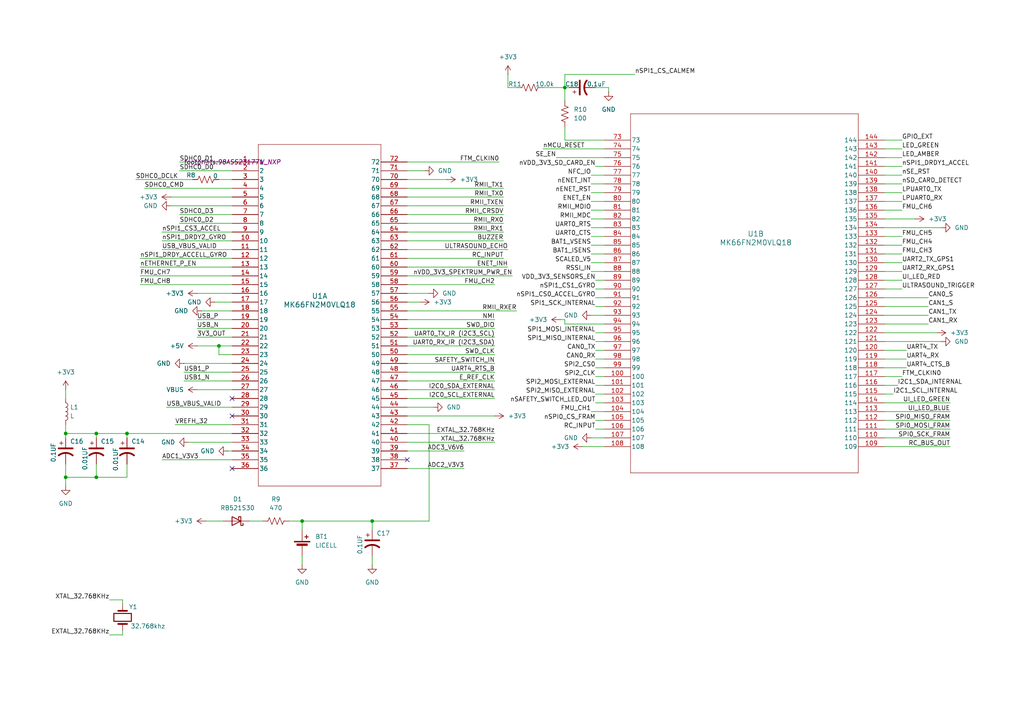
<source format=kicad_sch>
(kicad_sch (version 20231120) (generator "eeschema") (generator_version "8.0")
  (paper "A4")
  (title_block (title "MicroController") (date "2024-09-08") (rev "1") (company "TampanTech") (comment 1 "Drone Flight Management Unit"))
  (lib_symbols
    (symbol "Device:Battery_Cell" (pin_numbers hide) (pin_names (offset 0) hide)
      (property "Reference" "BT" (at 2.54 2.54 0))
      (property "Value" "Battery_Cell" (at 2.54 0 0))
      (symbol "Battery_Cell_0_1"
        (rectangle (start -2.286 1.778) (end 2.286 1.524) (fill (type outline)))
        (rectangle (start -1.524 1.016) (end 1.524 0.508) (fill (type outline)))
        (polyline (pts (xy 0 0.762) (xy 0 0)))
        (polyline (pts (xy 0 1.778) (xy 0 2.54)))
        (polyline (pts (xy 0.762 3.048) (xy 1.778 3.048)) (stroke (width 0.254)))
        (polyline (pts (xy 1.27 3.556) (xy 1.27 2.54)) (stroke (width 0.254)))
      )
      (symbol "Battery_Cell_1_1"
        (pin passive line (at 0 5.08 270) (length 2.54) (name "+") (number "1"))
        (pin passive line (at 0 -2.54 90) (length 2.54) (name "-") (number "2"))
      )
    )
    (symbol "Device:C_Polarized_US" (pin_numbers hide) (pin_names (offset 0.254) hide)
      (property "Reference" "C" (at 0.635 2.54 0))
      (property "Value" "C_Polarized_US" (at 0.635 -2.54 0))
      (symbol "C_Polarized_US_0_1"
        (polyline (pts (xy -2.032 0.762) (xy 2.032 0.762)) (stroke (width 0.508)))
        (polyline (pts (xy -1.778 2.286) (xy -0.762 2.286)))
        (polyline (pts (xy -1.27 1.778) (xy -1.27 2.794)))
        (arc (start 2.032 -1.27) (mid 0 -0.5572) (end -2.032 -1.27) (stroke (width 0.508)))
      )
      (symbol "C_Polarized_US_1_1"
        (pin passive line (at 0 3.81 270) (length 2.794) (name "~") (number "1"))
        (pin passive line (at 0 -3.81 90) (length 3.302) (name "~") (number "2"))
      )
    )
    (symbol "Device:Crystal" (pin_numbers hide) (pin_names (offset 1.016) hide)
      (property "Reference" "Y" (at 0 3.81 0))
      (property "Value" "Crystal" (at 0 -3.81 0))
      (symbol "Crystal_0_1"
        (rectangle (start -1.143 2.54) (end 1.143 -2.54) (stroke (width 0.3048)))
        (polyline (pts (xy -2.54 0) (xy -1.905 0)))
        (polyline (pts (xy -1.905 -1.27) (xy -1.905 1.27)) (stroke (width 0.508)))
        (polyline (pts (xy 1.905 -1.27) (xy 1.905 1.27)) (stroke (width 0.508)))
        (polyline (pts (xy 2.54 0) (xy 1.905 0)))
      )
      (symbol "Crystal_1_1"
        (pin passive line (at -3.81 0 0) (length 1.27) (name "1") (number "1"))
        (pin passive line (at 3.81 0 180) (length 1.27) (name "2") (number "2"))
      )
    )
    (symbol "Device:D_Schottky" (pin_numbers hide) (pin_names (offset 1.016) hide)
      (property "Reference" "D" (at 0 2.54 0))
      (property "Value" "D_Schottky" (at 0 -2.54 0))
      (symbol "D_Schottky_0_1"
        (polyline (pts (xy 1.27 0) (xy -1.27 0)))
        (polyline (pts (xy 1.27 1.27) (xy 1.27 -1.27) (xy -1.27 0) (xy 1.27 1.27)) (stroke (width 0.254)))
        (polyline (pts (xy -1.905 0.635) (xy -1.905 1.27) (xy -1.27 1.27) (xy -1.27 -1.27) (xy -0.635 -1.27) (xy -0.635 -0.635)) (stroke (width 0.254)))
      )
      (symbol "D_Schottky_1_1"
        (pin passive line (at -3.81 0 0) (length 2.54) (name "K") (number "1"))
        (pin passive line (at 3.81 0 180) (length 2.54) (name "A") (number "2"))
      )
    )
    (symbol "Device:L" (pin_numbers hide) (pin_names (offset 1.016) hide)
      (property "Reference" "L" (at -1.27 0 90))
      (property "Value" "L" (at 1.905 0 90))
      (symbol "L_0_1"
        (arc (start 0 -2.54) (mid 0.6323 -1.905) (end 0 -1.27))
        (arc (start 0 -1.27) (mid 0.6323 -0.635) (end 0 0))
        (arc (start 0 0) (mid 0.6323 0.635) (end 0 1.27))
        (arc (start 0 1.27) (mid 0.6323 1.905) (end 0 2.54))
      )
      (symbol "L_1_1"
        (pin passive line (at 0 3.81 270) (length 1.27) (name "1") (number "1"))
        (pin passive line (at 0 -3.81 90) (length 1.27) (name "2") (number "2"))
      )
    )
    (symbol "Device:R_US" (pin_numbers hide) (pin_names (offset 0))
      (property "Reference" "R" (at 2.54 0 90))
      (property "Value" "R_US" (at -2.54 0 90))
      (symbol "R_US_0_1"
        (polyline (pts (xy 0 -2.286) (xy 0 -2.54)))
        (polyline (pts (xy 0 2.286) (xy 0 2.54)))
        (polyline (pts (xy 0 -0.762) (xy 1.016 -1.143) (xy 0 -1.524) (xy -1.016 -1.905) (xy 0 -2.286)))
        (polyline (pts (xy 0 0.762) (xy 1.016 0.381) (xy 0 0) (xy -1.016 -0.381) (xy 0 -0.762)))
        (polyline (pts (xy 0 2.286) (xy 1.016 1.905) (xy 0 1.524) (xy -1.016 1.143) (xy 0 0.762)))
      )
      (symbol "R_US_1_1"
        (pin passive line (at 0 3.81 270) (length 1.27) (name "~") (number "1"))
        (pin passive line (at 0 -3.81 90) (length 1.27) (name "~") (number "2"))
      )
    )
    (symbol "FMU_lib:MK66FN2M0VLQ18" (pin_names (offset 0.254))
      (property "Reference" "U" (at 25.4 10.16 0))
      (property "Value" "MK66FN2M0VLQ18" (at 25.4 7.62 0))
      (symbol "MK66FN2M0VLQ18_1_1"
        (polyline (pts (xy 7.62 -93.98) (xy 43.18 -93.98)) (stroke (width 0.127)))
        (polyline (pts (xy 7.62 5.08) (xy 7.62 -93.98)) (stroke (width 0.127)))
        (polyline (pts (xy 43.18 -93.98) (xy 43.18 5.08)) (stroke (width 0.127)))
        (polyline (pts (xy 43.18 5.08) (xy 7.62 5.08)) (stroke (width 0.127)))
        (pin unspecified line (at 0 0 0) (length 7.62) (name "1") (number "1"))
        (pin unspecified line (at 0 -22.86 0) (length 7.62) (name "10") (number "10"))
        (pin unspecified line (at 0 -25.4 0) (length 7.62) (name "11") (number "11"))
        (pin unspecified line (at 0 -27.94 0) (length 7.62) (name "12") (number "12"))
        (pin unspecified line (at 0 -30.48 0) (length 7.62) (name "13") (number "13"))
        (pin unspecified line (at 0 -33.02 0) (length 7.62) (name "14") (number "14"))
        (pin unspecified line (at 0 -35.56 0) (length 7.62) (name "15") (number "15"))
        (pin power_in line (at 0 -38.1 0) (length 7.62) (name "16") (number "16"))
        (pin power_in line (at 0 -40.64 0) (length 7.62) (name "17") (number "17"))
        (pin power_in line (at 0 -43.18 0) (length 7.62) (name "18") (number "18"))
        (pin unspecified line (at 0 -45.72 0) (length 7.62) (name "19") (number "19"))
        (pin unspecified line (at 0 -2.54 0) (length 7.62) (name "2") (number "2"))
        (pin unspecified line (at 0 -48.26 0) (length 7.62) (name "20") (number "20"))
        (pin output line (at 0 -50.8 0) (length 7.62) (name "21") (number "21"))
        (pin input line (at 0 -53.34 0) (length 7.62) (name "22") (number "22"))
        (pin input line (at 0 -55.88 0) (length 7.62) (name "23") (number "23"))
        (pin power_in line (at 0 -58.42 0) (length 7.62) (name "24") (number "24"))
        (pin unspecified line (at 0 -60.96 0) (length 7.62) (name "25") (number "25"))
        (pin unspecified line (at 0 -63.5 0) (length 7.62) (name "26") (number "26"))
        (pin unspecified line (at 0 -66.04 0) (length 7.62) (name "27") (number "27"))
        (pin unspecified line (at 0 -68.58 0) (length 7.62) (name "28") (number "28"))
        (pin unspecified line (at 0 -71.12 0) (length 7.62) (name "29") (number "29"))
        (pin unspecified line (at 0 -5.08 0) (length 7.62) (name "3") (number "3"))
        (pin unspecified line (at 0 -73.66 0) (length 7.62) (name "30") (number "30"))
        (pin power_in line (at 0 -76.2 0) (length 7.62) (name "31") (number "31"))
        (pin power_in line (at 0 -78.74 0) (length 7.62) (name "32") (number "32"))
        (pin power_in line (at 0 -81.28 0) (length 7.62) (name "33") (number "33"))
        (pin power_in line (at 0 -83.82 0) (length 7.62) (name "34") (number "34"))
        (pin unspecified line (at 0 -86.36 0) (length 7.62) (name "35") (number "35"))
        (pin unspecified line (at 0 -88.9 0) (length 7.62) (name "36") (number "36"))
        (pin unspecified line (at 50.8 -88.9 180) (length 7.62) (name "37") (number "37"))
        (pin unspecified line (at 50.8 -86.36 180) (length 7.62) (name "38") (number "38"))
        (pin unspecified line (at 50.8 -83.82 180) (length 7.62) (name "39") (number "39"))
        (pin unspecified line (at 0 -7.62 0) (length 7.62) (name "4") (number "4"))
        (pin unspecified line (at 50.8 -81.28 180) (length 7.62) (name "40") (number "40"))
        (pin unspecified line (at 50.8 -78.74 180) (length 7.62) (name "41") (number "41"))
        (pin power_in line (at 50.8 -76.2 180) (length 7.62) (name "42") (number "42"))
        (pin power_in line (at 50.8 -73.66 180) (length 7.62) (name "43") (number "43"))
        (pin power_in line (at 50.8 -71.12 180) (length 7.62) (name "44") (number "44"))
        (pin unspecified line (at 50.8 -68.58 180) (length 7.62) (name "45") (number "45"))
        (pin unspecified line (at 50.8 -66.04 180) (length 7.62) (name "46") (number "46"))
        (pin unspecified line (at 50.8 -63.5 180) (length 7.62) (name "47") (number "47"))
        (pin unspecified line (at 50.8 -60.96 180) (length 7.62) (name "48") (number "48"))
        (pin unspecified line (at 50.8 -58.42 180) (length 7.62) (name "49") (number "49"))
        (pin power_in line (at 0 -10.16 0) (length 7.62) (name "5") (number "5"))
        (pin unspecified line (at 50.8 -55.88 180) (length 7.62) (name "50") (number "50"))
        (pin unspecified line (at 50.8 -53.34 180) (length 7.62) (name "51") (number "51"))
        (pin unspecified line (at 50.8 -50.8 180) (length 7.62) (name "52") (number "52"))
        (pin unspecified line (at 50.8 -48.26 180) (length 7.62) (name "53") (number "53"))
        (pin unspecified line (at 50.8 -45.72 180) (length 7.62) (name "54") (number "54"))
        (pin unspecified line (at 50.8 -43.18 180) (length 7.62) (name "55") (number "55"))
        (pin power_in line (at 50.8 -40.64 180) (length 7.62) (name "56") (number "56"))
        (pin power_in line (at 50.8 -38.1 180) (length 7.62) (name "57") (number "57"))
        (pin unspecified line (at 50.8 -35.56 180) (length 7.62) (name "58") (number "58"))
        (pin unspecified line (at 50.8 -33.02 180) (length 7.62) (name "59") (number "59"))
        (pin power_in line (at 0 -12.7 0) (length 7.62) (name "6") (number "6"))
        (pin unspecified line (at 50.8 -30.48 180) (length 7.62) (name "60") (number "60"))
        (pin unspecified line (at 50.8 -27.94 180) (length 7.62) (name "61") (number "61"))
        (pin unspecified line (at 50.8 -25.4 180) (length 7.62) (name "62") (number "62"))
        (pin unspecified line (at 50.8 -22.86 180) (length 7.62) (name "63") (number "63"))
        (pin unspecified line (at 50.8 -20.32 180) (length 7.62) (name "64") (number "64"))
        (pin unspecified line (at 50.8 -17.78 180) (length 7.62) (name "65") (number "65"))
        (pin unspecified line (at 50.8 -15.24 180) (length 7.62) (name "66") (number "66"))
        (pin unspecified line (at 50.8 -12.7 180) (length 7.62) (name "67") (number "67"))
        (pin unspecified line (at 50.8 -10.16 180) (length 7.62) (name "68") (number "68"))
        (pin unspecified line (at 50.8 -7.62 180) (length 7.62) (name "69") (number "69"))
        (pin unspecified line (at 0 -15.24 0) (length 7.62) (name "7") (number "7"))
        (pin power_in line (at 50.8 -5.08 180) (length 7.62) (name "70") (number "70"))
        (pin power_in line (at 50.8 -2.54 180) (length 7.62) (name "71") (number "71"))
        (pin unspecified line (at 50.8 0 180) (length 7.62) (name "72") (number "72"))
        (pin unspecified line (at 0 -17.78 0) (length 7.62) (name "8") (number "8"))
        (pin unspecified line (at 0 -20.32 0) (length 7.62) (name "9") (number "9"))
      )
      (symbol "MK66FN2M0VLQ18_2_1"
        (polyline (pts (xy 7.62 -96.52) (xy 73.66 -96.52)) (stroke (width 0.127)))
        (polyline (pts (xy 7.62 7.62) (xy 7.62 -96.52)) (stroke (width 0.127)))
        (polyline (pts (xy 73.66 -96.52) (xy 73.66 7.62)) (stroke (width 0.127)))
        (polyline (pts (xy 73.66 7.62) (xy 7.62 7.62)) (stroke (width 0.127)))
        (pin unspecified line (at 0 -68.58 0) (length 7.62) (name "100") (number "100"))
        (pin unspecified line (at 0 -71.12 0) (length 7.62) (name "101") (number "101"))
        (pin unspecified line (at 0 -73.66 0) (length 7.62) (name "102") (number "102"))
        (pin unspecified line (at 0 -76.2 0) (length 7.62) (name "103") (number "103"))
        (pin unspecified line (at 0 -78.74 0) (length 7.62) (name "104") (number "104"))
        (pin unspecified line (at 0 -81.28 0) (length 7.62) (name "105") (number "105"))
        (pin unspecified line (at 0 -83.82 0) (length 7.62) (name "106") (number "106"))
        (pin power_in line (at 0 -86.36 0) (length 7.62) (name "107") (number "107"))
        (pin power_in line (at 0 -88.9 0) (length 7.62) (name "108") (number "108"))
        (pin unspecified line (at 81.28 -88.9 180) (length 7.62) (name "109") (number "109"))
        (pin unspecified line (at 81.28 -86.36 180) (length 7.62) (name "110") (number "110"))
        (pin unspecified line (at 81.28 -83.82 180) (length 7.62) (name "111") (number "111"))
        (pin unspecified line (at 81.28 -81.28 180) (length 7.62) (name "112") (number "112"))
        (pin unspecified line (at 81.28 -78.74 180) (length 7.62) (name "113") (number "113"))
        (pin unspecified line (at 81.28 -76.2 180) (length 7.62) (name "114") (number "114"))
        (pin unspecified line (at 81.28 -73.66 180) (length 7.62) (name "115") (number "115"))
        (pin unspecified line (at 81.28 -71.12 180) (length 7.62) (name "116") (number "116"))
        (pin unspecified line (at 81.28 -68.58 180) (length 7.62) (name "117") (number "117"))
        (pin unspecified line (at 81.28 -66.04 180) (length 7.62) (name "118") (number "118"))
        (pin unspecified line (at 81.28 -63.5 180) (length 7.62) (name "119") (number "119"))
        (pin unspecified line (at 81.28 -60.96 180) (length 7.62) (name "120") (number "120"))
        (pin power_in line (at 81.28 -58.42 180) (length 7.62) (name "121") (number "121"))
        (pin power_in line (at 81.28 -55.88 180) (length 7.62) (name "122") (number "122"))
        (pin unspecified line (at 81.28 -53.34 180) (length 7.62) (name "123") (number "123"))
        (pin unspecified line (at 81.28 -50.8 180) (length 7.62) (name "124") (number "124"))
        (pin unspecified line (at 81.28 -48.26 180) (length 7.62) (name "125") (number "125"))
        (pin unspecified line (at 81.28 -45.72 180) (length 7.62) (name "126") (number "126"))
        (pin unspecified line (at 81.28 -43.18 180) (length 7.62) (name "127") (number "127"))
        (pin unspecified line (at 81.28 -40.64 180) (length 7.62) (name "128") (number "128"))
        (pin unspecified line (at 81.28 -38.1 180) (length 7.62) (name "129") (number "129"))
        (pin unspecified line (at 81.28 -35.56 180) (length 7.62) (name "130") (number "130"))
        (pin unspecified line (at 81.28 -33.02 180) (length 7.62) (name "131") (number "131"))
        (pin unspecified line (at 81.28 -30.48 180) (length 7.62) (name "132") (number "132"))
        (pin unspecified line (at 81.28 -27.94 180) (length 7.62) (name "133") (number "133"))
        (pin power_in line (at 81.28 -25.4 180) (length 7.62) (name "134") (number "134"))
        (pin power_in line (at 81.28 -22.86 180) (length 7.62) (name "135") (number "135"))
        (pin unspecified line (at 81.28 -20.32 180) (length 7.62) (name "136") (number "136"))
        (pin unspecified line (at 81.28 -17.78 180) (length 7.62) (name "137") (number "137"))
        (pin unspecified line (at 81.28 -15.24 180) (length 7.62) (name "138") (number "138"))
        (pin unspecified line (at 81.28 -12.7 180) (length 7.62) (name "139") (number "139"))
        (pin unspecified line (at 81.28 -10.16 180) (length 7.62) (name "140") (number "140"))
        (pin unspecified line (at 81.28 -7.62 180) (length 7.62) (name "141") (number "141"))
        (pin unspecified line (at 81.28 -5.08 180) (length 7.62) (name "142") (number "142"))
        (pin unspecified line (at 81.28 -2.54 180) (length 7.62) (name "143") (number "143"))
        (pin unspecified line (at 81.28 0 180) (length 7.62) (name "144") (number "144"))
        (pin unspecified line (at 0 0 0) (length 7.62) (name "73") (number "73"))
        (pin unspecified line (at 0 -2.54 0) (length 7.62) (name "74") (number "74"))
        (pin unspecified line (at 0 -5.08 0) (length 7.62) (name "75") (number "75"))
        (pin unspecified line (at 0 -7.62 0) (length 7.62) (name "76") (number "76"))
        (pin unspecified line (at 0 -10.16 0) (length 7.62) (name "77") (number "77"))
        (pin unspecified line (at 0 -12.7 0) (length 7.62) (name "78") (number "78"))
        (pin unspecified line (at 0 -15.24 0) (length 7.62) (name "79") (number "79"))
        (pin unspecified line (at 0 -17.78 0) (length 7.62) (name "80") (number "80"))
        (pin unspecified line (at 0 -20.32 0) (length 7.62) (name "81") (number "81"))
        (pin unspecified line (at 0 -22.86 0) (length 7.62) (name "82") (number "82"))
        (pin unspecified line (at 0 -25.4 0) (length 7.62) (name "83") (number "83"))
        (pin unspecified line (at 0 -27.94 0) (length 7.62) (name "84") (number "84"))
        (pin unspecified line (at 0 -30.48 0) (length 7.62) (name "85") (number "85"))
        (pin unspecified line (at 0 -33.02 0) (length 7.62) (name "86") (number "86"))
        (pin unspecified line (at 0 -35.56 0) (length 7.62) (name "87") (number "87"))
        (pin unspecified line (at 0 -38.1 0) (length 7.62) (name "88") (number "88"))
        (pin unspecified line (at 0 -40.64 0) (length 7.62) (name "89") (number "89"))
        (pin unspecified line (at 0 -43.18 0) (length 7.62) (name "90") (number "90"))
        (pin unspecified line (at 0 -45.72 0) (length 7.62) (name "91") (number "91"))
        (pin unspecified line (at 0 -48.26 0) (length 7.62) (name "92") (number "92"))
        (pin power_in line (at 0 -50.8 0) (length 7.62) (name "93") (number "93"))
        (pin power_in line (at 0 -53.34 0) (length 7.62) (name "94") (number "94"))
        (pin unspecified line (at 0 -55.88 0) (length 7.62) (name "95") (number "95"))
        (pin unspecified line (at 0 -58.42 0) (length 7.62) (name "96") (number "96"))
        (pin unspecified line (at 0 -60.96 0) (length 7.62) (name "97") (number "97"))
        (pin unspecified line (at 0 -63.5 0) (length 7.62) (name "98") (number "98"))
        (pin unspecified line (at 0 -66.04 0) (length 7.62) (name "99") (number "99"))
      )
    )
    (symbol "power:+3V3" (power) (pin_numbers hide) (pin_names (offset 0) hide)
      (property "Value" "+3V3" (at 0 3.556 0))
      (symbol "+3V3_0_1"
        (polyline (pts (xy -0.762 1.27) (xy 0 2.54)))
        (polyline (pts (xy 0 0) (xy 0 2.54)))
        (polyline (pts (xy 0 2.54) (xy 0.762 1.27)))
      )
      (symbol "+3V3_1_1"
        (pin power_in line (at 0 0 90) (length 0) (name "~") (number "1"))
      )
    )
    (symbol "power:+5V" (power) (pin_numbers hide) (pin_names (offset 0) hide)
      (property "Value" "+5V" (at 0 3.556 0))
      (symbol "+5V_0_1"
        (polyline (pts (xy -0.762 1.27) (xy 0 2.54)))
        (polyline (pts (xy 0 0) (xy 0 2.54)))
        (polyline (pts (xy 0 2.54) (xy 0.762 1.27)))
      )
      (symbol "+5V_1_1"
        (pin power_in line (at 0 0 90) (length 0) (name "~") (number "1"))
      )
    )
    (symbol "power:GND" (power) (pin_numbers hide) (pin_names (offset 0) hide)
      (property "Value" "GND" (at 0 -3.81 0))
      (symbol "GND_0_1"
        (polyline (pts (xy 0 0) (xy 0 -1.27) (xy 1.27 -1.27) (xy 0 -2.54) (xy -1.27 -1.27) (xy 0 -1.27)))
      )
      (symbol "GND_1_1"
        (pin power_in line (at 0 0 270) (length 0) (name "~") (number "1"))
      )
    )
    (symbol "power:VBUS" (power) (pin_numbers hide) (pin_names (offset 0) hide)
      (property "Value" "VBUS" (at 0 3.556 0))
      (symbol "VBUS_0_1"
        (polyline (pts (xy -0.762 1.27) (xy 0 2.54)))
        (polyline (pts (xy 0 0) (xy 0 2.54)))
        (polyline (pts (xy 0 2.54) (xy 0.762 1.27)))
      )
      (symbol "VBUS_1_1"
        (pin power_in line (at 0 0 90) (length 0) (name "~") (number "1"))
      )
    )
  )
  (junction (at 87.63 151.13))
  (junction (at 36.83 125.73))
  (junction (at 19.05 138.43))
  (junction (at 19.05 125.73))
  (junction (at 163.83 25.4))
  (junction (at 107.95 151.13))
  (junction (at 63.5 100.33))
  (junction (at 27.94 125.73))
  (junction (at 27.94 138.43))
  (no_connect (at 67.31 115.57))
  (no_connect (at 67.31 135.89))
  (no_connect (at 67.31 120.65))
  (no_connect (at 118.11 133.35))
  (wire (pts (xy 163.83 40.64) (xy 175.26 40.64)))
  (wire (pts (xy 118.11 80.01) (xy 148.59 80.01)))
  (wire (pts (xy 256.54 116.84) (xy 275.59 116.84)))
  (wire (pts (xy 36.83 134.62) (xy 36.83 138.43)))
  (wire (pts (xy 48.26 118.11) (xy 67.31 118.11)))
  (wire (pts (xy 256.54 86.36) (xy 269.24 86.36)))
  (wire (pts (xy 171.45 66.04) (xy 175.26 66.04)))
  (wire (pts (xy 256.54 104.14) (xy 262.89 104.14)))
  (wire (pts (xy 256.54 83.82) (xy 261.62 83.82)))
  (wire (pts (xy 107.95 151.13) (xy 107.95 153.67)))
  (wire (pts (xy 62.23 87.63) (xy 67.31 87.63)))
  (wire (pts (xy 118.11 74.93) (xy 146.05 74.93)))
  (wire (pts (xy 72.39 151.13) (xy 76.2 151.13)))
  (wire (pts (xy 163.83 25.4) (xy 163.83 21.59)))
  (wire (pts (xy 57.15 85.09) (xy 67.31 85.09)))
  (wire (pts (xy 118.11 46.99) (xy 144.78 46.99)))
  (wire (pts (xy 256.54 99.06) (xy 273.05 99.06)))
  (wire (pts (xy 36.83 125.73) (xy 27.94 125.73)))
  (wire (pts (xy 171.45 73.66) (xy 175.26 73.66)))
  (wire (pts (xy 19.05 138.43) (xy 19.05 134.62)))
  (wire (pts (xy 256.54 106.68) (xy 262.89 106.68)))
  (wire (pts (xy 49.53 57.15) (xy 67.31 57.15)))
  (wire (pts (xy 57.15 100.33) (xy 63.5 100.33)))
  (wire (pts (xy 27.94 134.62) (xy 27.94 138.43)))
  (wire (pts (xy 256.54 111.76) (xy 260.35 111.76)))
  (wire (pts (xy 35.56 184.15) (xy 35.56 182.88)))
  (wire (pts (xy 19.05 138.43) (xy 27.94 138.43)))
  (wire (pts (xy 27.94 127) (xy 27.94 125.73)))
  (wire (pts (xy 118.11 67.31) (xy 146.05 67.31)))
  (wire (pts (xy 118.11 105.41) (xy 143.51 105.41)))
  (wire (pts (xy 256.54 71.12) (xy 261.62 71.12)))
  (wire (pts (xy 171.45 63.5) (xy 175.26 63.5)))
  (wire (pts (xy 256.54 101.6) (xy 262.89 101.6)))
  (wire (pts (xy 256.54 78.74) (xy 261.62 78.74)))
  (wire (pts (xy 118.11 125.73) (xy 143.51 125.73)))
  (wire (pts (xy 118.11 54.61) (xy 146.05 54.61)))
  (wire (pts (xy 176.53 25.4) (xy 176.53 26.67)))
  (wire (pts (xy 172.72 48.26) (xy 175.26 48.26)))
  (wire (pts (xy 57.15 97.79) (xy 67.31 97.79)))
  (wire (pts (xy 63.5 100.33) (xy 67.31 100.33)))
  (wire (pts (xy 256.54 55.88) (xy 261.62 55.88)))
  (wire (pts (xy 172.72 109.22) (xy 175.26 109.22)))
  (wire (pts (xy 118.11 120.65) (xy 143.51 120.65)))
  (wire (pts (xy 49.53 59.69) (xy 67.31 59.69)))
  (wire (pts (xy 163.83 25.4) (xy 163.83 29.21)))
  (wire (pts (xy 172.72 86.36) (xy 175.26 86.36)))
  (wire (pts (xy 87.63 151.13) (xy 107.95 151.13)))
  (wire (pts (xy 52.07 64.77) (xy 67.31 64.77)))
  (wire (pts (xy 118.11 85.09) (xy 124.46 85.09)))
  (wire (pts (xy 118.11 59.69) (xy 146.05 59.69)))
  (wire (pts (xy 172.72 96.52) (xy 175.26 96.52)))
  (wire (pts (xy 107.95 151.13) (xy 124.46 151.13)))
  (wire (pts (xy 52.07 46.99) (xy 67.31 46.99)))
  (wire (pts (xy 46.99 133.35) (xy 67.31 133.35)))
  (wire (pts (xy 118.11 82.55) (xy 143.51 82.55)))
  (wire (pts (xy 46.99 69.85) (xy 67.31 69.85)))
  (wire (pts (xy 36.83 138.43) (xy 27.94 138.43)))
  (wire (pts (xy 118.11 128.27) (xy 143.51 128.27)))
  (wire (pts (xy 53.34 110.49) (xy 67.31 110.49)))
  (wire (pts (xy 171.45 91.44) (xy 175.26 91.44)))
  (wire (pts (xy 256.54 53.34) (xy 261.62 53.34)))
  (wire (pts (xy 118.11 110.49) (xy 143.51 110.49)))
  (wire (pts (xy 157.48 25.4) (xy 163.83 25.4)))
  (wire (pts (xy 118.11 57.15) (xy 146.05 57.15)))
  (wire (pts (xy 19.05 125.73) (xy 27.94 125.73)))
  (wire (pts (xy 66.04 130.81) (xy 67.31 130.81)))
  (wire (pts (xy 172.72 116.84) (xy 175.26 116.84)))
  (wire (pts (xy 87.63 161.29) (xy 87.63 163.83)))
  (wire (pts (xy 171.45 78.74) (xy 175.26 78.74)))
  (wire (pts (xy 256.54 119.38) (xy 275.59 119.38)))
  (wire (pts (xy 52.07 49.53) (xy 67.31 49.53)))
  (wire (pts (xy 256.54 48.26) (xy 261.62 48.26)))
  (wire (pts (xy 58.42 90.17) (xy 67.31 90.17)))
  (wire (pts (xy 87.63 153.67) (xy 87.63 151.13)))
  (wire (pts (xy 39.37 52.07) (xy 55.88 52.07)))
  (wire (pts (xy 31.75 173.99) (xy 35.56 173.99)))
  (wire (pts (xy 63.5 102.87) (xy 63.5 100.33)))
  (wire (pts (xy 19.05 113.03) (xy 19.05 115.57)))
  (wire (pts (xy 176.53 25.4) (xy 172.72 25.4)))
  (wire (pts (xy 256.54 63.5) (xy 265.43 63.5)))
  (wire (pts (xy 256.54 81.28) (xy 261.62 81.28)))
  (wire (pts (xy 171.45 119.38) (xy 175.26 119.38)))
  (wire (pts (xy 172.72 124.46) (xy 175.26 124.46)))
  (wire (pts (xy 171.45 71.12) (xy 175.26 71.12)))
  (wire (pts (xy 256.54 68.58) (xy 261.62 68.58)))
  (wire (pts (xy 172.72 104.14) (xy 175.26 104.14)))
  (wire (pts (xy 256.54 91.44) (xy 269.24 91.44)))
  (wire (pts (xy 171.45 53.34) (xy 175.26 53.34)))
  (wire (pts (xy 31.75 184.15) (xy 35.56 184.15)))
  (wire (pts (xy 256.54 60.96) (xy 261.62 60.96)))
  (wire (pts (xy 35.56 173.99) (xy 35.56 175.26)))
  (wire (pts (xy 118.11 62.23) (xy 146.05 62.23)))
  (wire (pts (xy 57.15 113.03) (xy 67.31 113.03)))
  (wire (pts (xy 118.11 52.07) (xy 129.54 52.07)))
  (wire (pts (xy 168.91 129.54) (xy 175.26 129.54)))
  (wire (pts (xy 256.54 45.72) (xy 261.62 45.72)))
  (wire (pts (xy 36.83 125.73) (xy 67.31 125.73)))
  (wire (pts (xy 172.72 83.82) (xy 175.26 83.82)))
  (wire (pts (xy 118.11 69.85) (xy 146.05 69.85)))
  (wire (pts (xy 256.54 127) (xy 275.59 127)))
  (wire (pts (xy 118.11 130.81) (xy 134.62 130.81)))
  (wire (pts (xy 118.11 90.17) (xy 149.86 90.17)))
  (wire (pts (xy 256.54 114.3) (xy 259.08 114.3)))
  (wire (pts (xy 147.32 21.59) (xy 147.32 25.4)))
  (wire (pts (xy 256.54 124.46) (xy 275.59 124.46)))
  (wire (pts (xy 256.54 73.66) (xy 261.62 73.66)))
  (wire (pts (xy 165.1 25.4) (xy 163.83 25.4)))
  (wire (pts (xy 46.99 72.39) (xy 67.31 72.39)))
  (wire (pts (xy 118.11 115.57) (xy 143.51 115.57)))
  (wire (pts (xy 50.8 123.19) (xy 67.31 123.19)))
  (wire (pts (xy 172.72 99.06) (xy 175.26 99.06)))
  (wire (pts (xy 256.54 50.8) (xy 261.62 50.8)))
  (wire (pts (xy 256.54 40.64) (xy 261.62 40.64)))
  (wire (pts (xy 163.83 21.59) (xy 184.15 21.59)))
  (wire (pts (xy 124.46 123.19) (xy 124.46 151.13)))
  (wire (pts (xy 171.45 68.58) (xy 175.26 68.58)))
  (wire (pts (xy 19.05 125.73) (xy 19.05 127)))
  (wire (pts (xy 163.83 36.83) (xy 163.83 40.64)))
  (wire (pts (xy 40.64 77.47) (xy 67.31 77.47)))
  (wire (pts (xy 172.72 81.28) (xy 175.26 81.28)))
  (wire (pts (xy 118.11 95.25) (xy 143.51 95.25)))
  (wire (pts (xy 172.72 88.9) (xy 175.26 88.9)))
  (wire (pts (xy 172.72 114.3) (xy 175.26 114.3)))
  (wire (pts (xy 118.11 123.19) (xy 124.46 123.19)))
  (wire (pts (xy 157.48 43.18) (xy 175.26 43.18)))
  (wire (pts (xy 53.34 107.95) (xy 67.31 107.95)))
  (wire (pts (xy 256.54 43.18) (xy 261.62 43.18)))
  (wire (pts (xy 256.54 66.04) (xy 273.05 66.04)))
  (wire (pts (xy 40.64 80.01) (xy 67.31 80.01)))
  (wire (pts (xy 53.34 105.41) (xy 67.31 105.41)))
  (wire (pts (xy 118.11 92.71) (xy 143.51 92.71)))
  (wire (pts (xy 118.11 64.77) (xy 146.05 64.77)))
  (wire (pts (xy 118.11 77.47) (xy 147.32 77.47)))
  (wire (pts (xy 118.11 107.95) (xy 143.51 107.95)))
  (wire (pts (xy 256.54 58.42) (xy 261.62 58.42)))
  (wire (pts (xy 54.61 128.27) (xy 67.31 128.27)))
  (wire (pts (xy 147.32 25.4) (xy 149.86 25.4)))
  (wire (pts (xy 118.11 87.63) (xy 121.92 87.63)))
  (wire (pts (xy 171.45 60.96) (xy 175.26 60.96)))
  (wire (pts (xy 118.11 113.03) (xy 143.51 113.03)))
  (wire (pts (xy 67.31 102.87) (xy 63.5 102.87)))
  (wire (pts (xy 107.95 161.29) (xy 107.95 163.83)))
  (wire (pts (xy 172.72 111.76) (xy 175.26 111.76)))
  (wire (pts (xy 256.54 76.2) (xy 261.62 76.2)))
  (wire (pts (xy 41.91 54.61) (xy 67.31 54.61)))
  (wire (pts (xy 172.72 101.6) (xy 175.26 101.6)))
  (wire (pts (xy 57.15 95.25) (xy 67.31 95.25)))
  (wire (pts (xy 118.11 135.89) (xy 134.62 135.89)))
  (wire (pts (xy 171.45 76.2) (xy 175.26 76.2)))
  (wire (pts (xy 256.54 96.52) (xy 271.78 96.52)))
  (wire (pts (xy 118.11 100.33) (xy 143.51 100.33)))
  (wire (pts (xy 256.54 88.9) (xy 269.24 88.9)))
  (wire (pts (xy 63.5 52.07) (xy 67.31 52.07)))
  (wire (pts (xy 163.83 93.98) (xy 175.26 93.98)))
  (wire (pts (xy 161.29 45.72) (xy 175.26 45.72)))
  (wire (pts (xy 118.11 102.87) (xy 143.51 102.87)))
  (wire (pts (xy 171.45 58.42) (xy 175.26 58.42)))
  (wire (pts (xy 256.54 109.22) (xy 261.62 109.22)))
  (wire (pts (xy 52.07 62.23) (xy 67.31 62.23)))
  (wire (pts (xy 256.54 93.98) (xy 269.24 93.98)))
  (wire (pts (xy 40.64 82.55) (xy 67.31 82.55)))
  (wire (pts (xy 118.11 49.53) (xy 123.19 49.53)))
  (wire (pts (xy 172.72 121.92) (xy 175.26 121.92)))
  (wire (pts (xy 256.54 129.54) (xy 275.59 129.54)))
  (wire (pts (xy 83.82 151.13) (xy 87.63 151.13)))
  (wire (pts (xy 171.45 55.88) (xy 175.26 55.88)))
  (wire (pts (xy 256.54 121.92) (xy 275.59 121.92)))
  (wire (pts (xy 59.69 151.13) (xy 64.77 151.13)))
  (wire (pts (xy 172.72 106.68) (xy 175.26 106.68)))
  (wire (pts (xy 57.15 92.71) (xy 67.31 92.71)))
  (wire (pts (xy 19.05 123.19) (xy 19.05 125.73)))
  (wire (pts (xy 40.64 74.93) (xy 67.31 74.93)))
  (wire (pts (xy 171.45 127) (xy 175.26 127)))
  (wire (pts (xy 171.45 50.8) (xy 175.26 50.8)))
  (wire (pts (xy 118.11 72.39) (xy 147.32 72.39)))
  (wire (pts (xy 162.56 92.71) (xy 163.83 92.71)))
  (wire (pts (xy 19.05 138.43) (xy 19.05 140.97)))
  (wire (pts (xy 163.83 92.71) (xy 163.83 93.98)))
  (wire (pts (xy 46.99 67.31) (xy 67.31 67.31)))
  (wire (pts (xy 118.11 97.79) (xy 143.51 97.79)))
  (wire (pts (xy 36.83 127) (xy 36.83 125.73)))
  (wire (pts (xy 118.11 118.11) (xy 125.73 118.11)))
  (label "SPI0_MOSI_FRAM" (at 275.59 124.46 180))
  (label "XTAL_32.768KHz" (at 143.51 128.27 180))
  (label "SDHC0_D1" (at 52.07 46.99 0))
  (label "UART0_CTS" (at 171.45 68.58 180))
  (label "nETHERNET_P_EN" (at 40.64 77.47 0))
  (label "SWD_CLK" (at 143.51 102.87 180))
  (label "RC_BUS_OUT" (at 275.59 129.54 180))
  (label "UART2_TX_GPS1" (at 261.62 76.2 0))
  (label "ULTRASOUND_TRIGGER" (at 261.62 83.82 0))
  (label "ADC2_V3V3" (at 134.62 135.89 180))
  (label "USB_VBUS_VALID" (at 46.99 72.39 0))
  (label "UART4_RTS_B" (at 143.51 107.95 180))
  (label "SPI0_MISO_FRAM" (at 275.59 121.92 180))
  (label "NMI" (at 143.51 92.71 180))
  (label "FTM_CLKIN0" (at 144.78 46.99 180))
  (label "CAN0_S" (at 269.24 86.36 0))
  (label "ENET_EN" (at 171.45 58.42 180))
  (label "nVDD_3V3_SPEKTRUM_PWR_EN" (at 148.59 80.01 180))
  (label "SPI2_MISO_EXTERNAL" (at 172.72 114.3 180))
  (label "FMU_CH4" (at 261.62 71.12 0))
  (label "UI_LED_RED" (at 261.62 81.28 0))
  (label "nVDD_3V3_SD_CARD_EN" (at 172.72 48.26 180))
  (label "SE_EN" (at 161.29 45.72 180))
  (label "UART0_TX_IR (I2C3_SCL)" (at 143.51 97.79 180))
  (label "UART4_CTS_B" (at 262.89 106.68 0))
  (label "UART4_TX" (at 262.89 101.6 0))
  (label "CAN0_TX" (at 172.72 101.6 180))
  (label "CAN1_TX" (at 269.24 91.44 0))
  (label "RMII_MDIO" (at 171.45 60.96 180))
  (label "ADC1_V3V3" (at 46.99 133.35 0))
  (label "nSE_RST" (at 261.62 50.8 0))
  (label "SPI2_CS0" (at 172.72 106.68 180))
  (label "FMU_CH5" (at 261.62 68.58 0))
  (label "RMII_RX0" (at 146.05 64.77 180))
  (label "CAN0_RX" (at 172.72 104.14 180))
  (label "UART0_RX_IR (I2C3_SDA)" (at 143.51 100.33 180))
  (label "FMU_CH2" (at 143.51 82.55 180))
  (label "SDHC0_CMD" (at 41.91 54.61 0))
  (label "RC_INPUT" (at 146.05 74.93 180))
  (label "FTM_CLKIN0" (at 261.62 109.22 0))
  (label "RMII_CRSDV" (at 146.05 62.23 180))
  (label "FMU_CH1" (at 171.45 119.38 180))
  (label "ULTRASOUND_ECHO" (at 147.32 72.39 180))
  (label "BUZZER" (at 146.05 69.85 180))
  (label "RMII_RXER" (at 149.86 90.17 180))
  (label "USB_N" (at 57.15 95.25 0))
  (label "nSPI1_DRDY2_GYRO" (at 46.99 69.85 0))
  (label "SPI2_CLK" (at 172.72 109.22 180))
  (label "SPI1_SCK_INTERNAL" (at 172.72 88.9 180))
  (label "SCALED_V5" (at 171.45 76.2 180))
  (label "nSPI1_DRDY1_ACCEL" (at 261.62 48.26 0))
  (label "I2C0_SDA_EXTERNAL" (at 143.51 113.03 180))
  (label "nSAFETY_SWITCH_LED_OUT" (at 172.72 116.84 180))
  (label "nSPI1_CS0_ACCEL_GYRO" (at 172.72 86.36 180))
  (label "3V3_OUT" (at 57.15 97.79 0))
  (label "nSPI1_CS3_ACCEL" (at 46.99 67.31 0))
  (label "nENET_RST" (at 171.45 55.88 180))
  (label "USB1_N" (at 53.34 110.49 0))
  (label "nSPI1_CS1_GYRO" (at 172.72 83.82 180))
  (label "UART4_RX" (at 262.89 104.14 0))
  (label "RMII_TX1" (at 146.05 54.61 180))
  (label "GPIO_EXT" (at 261.62 40.64 0))
  (label "LED_GREEN" (at 261.62 43.18 0))
  (label "RMII_TX0" (at 146.05 57.15 180))
  (label "SPI1_MOSI_INTERNAL" (at 172.72 96.52 180))
  (label "ENET_INH" (at 147.32 77.47 180))
  (label "EXTAL_32.768KHz" (at 143.51 125.73 180))
  (label "CAN1_RX" (at 269.24 93.98 0))
  (label "UART2_RX_GPS1" (at 261.62 78.74 0))
  (label "USB_P" (at 57.15 92.71 0))
  (label "SDHC0_D2" (at 52.07 64.77 0))
  (label "nSPI1_DRDY_ACCELL_GYRO" (at 40.64 74.93 0))
  (label "SDHC0_DCLK" (at 39.37 52.07 0))
  (label "E_REF_CLK" (at 143.51 110.49 180))
  (label "nSPI1_CS_CALMEM" (at 184.15 21.59 0))
  (label "CAN1_S" (at 269.24 88.9 0))
  (label "SPI1_MISO_INTERNAL" (at 172.72 99.06 180))
  (label "SPI0_SCK_FRAM" (at 275.59 127 180))
  (label "I2C1_SCL_INTERNAL" (at 259.08 114.3 0))
  (label "SDHC0_D0" (at 52.07 49.53 0))
  (label "USB1_P" (at 53.34 107.95 0))
  (label "nENET_INT" (at 171.45 53.34 180))
  (label "NFC_IO" (at 171.45 50.8 180))
  (label "LED_AMBER" (at 261.62 45.72 0))
  (label "EXTAL_32.768KHz" (at 31.75 184.15 180))
  (label "RSSI_IN" (at 171.45 78.74 180))
  (label "SAFETY_SWITCH_IN" (at 143.51 105.41 180))
  (label "UART0_RTS" (at 171.45 66.04 180))
  (label "FMU_CH6" (at 261.62 60.96 0))
  (label "RMII_RX1" (at 146.05 67.31 180))
  (label "nSD_CARD_DETECT" (at 261.62 53.34 0))
  (label "SDHC0_D3" (at 52.07 62.23 0))
  (label "VREFH_32" (at 50.8 123.19 0))
  (label "I2C1_SDA_INTERNAL" (at 260.35 111.76 0))
  (label "VDD_3V3_SENSORS_EN" (at 172.72 81.28 180))
  (label "I2C0_SCL_EXTERNAL" (at 143.51 115.57 180))
  (label "nMCU_RESET" (at 157.48 43.18 0))
  (label "nSPI0_CS_FRAM" (at 172.72 121.92 180))
  (label "SPI2_MOSI_EXTERNAL" (at 172.72 111.76 180))
  (label "BAT1_VSENS" (at 171.45 71.12 180))
  (label "FMU_CH7" (at 40.64 80.01 0))
  (label "UI_LED_BLUE" (at 275.59 119.38 180))
  (label "USB_VBUS_VALID" (at 48.26 118.11 0))
  (label "UI_LED_GREEN" (at 275.59 116.84 180))
  (label "LPUART0_RX" (at 261.62 58.42 0))
  (label "RMII_TXEN" (at 146.05 59.69 180))
  (label "FMU_CH8" (at 40.64 82.55 0))
  (label "BAT1_ISENS" (at 171.45 73.66 180))
  (label "ADC3_V6V6" (at 134.62 130.81 180))
  (label "SWD_DIO" (at 143.51 95.25 180))
  (label "XTAL_32.768KHz" (at 31.75 173.99 180))
  (label "RMII_MDC" (at 171.45 63.5 180))
  (label "FMU_CH3" (at 261.62 73.66 0))
  (label "RC_INPUT" (at 172.72 124.46 180))
  (label "LPUART0_TX" (at 261.62 55.88 0))
  (symbol (lib_id "Device:Crystal") (at 35.56 179.07 270) (unit 1)
    (property "Reference" "Y1" (at 38.608 176.022 90))
    (property "Value" "32.768khz" (at 42.926 181.61 90))
    (property "Description" "Two pin crystal" (effects (hide yes)))
  )
  (symbol (lib_id "power:GND") (at 49.53 59.69 270) (unit 1)
    (property "Reference" "#PWR020" (effects (hide yes)))
    (property "Value" "GND" (at 45.72 59.6899 90) (effects (justify right)))
    (property "Description" "Power symbol creates a global label with name \"GND\" , ground" (effects (hide yes)))
  )
  (symbol (lib_id "power:+3V3") (at 57.15 85.09 90) (unit 1)
    (property "Reference" "#PWR02" (effects (hide yes)))
    (property "Value" "+3V3" (at 53.34 85.0899 90) (effects (justify left)))
    (property "Description" "Power symbol creates a global label with name \"+3V3\"" (effects (hide yes)))
  )
  (symbol (lib_id "Device:R_US") (at 59.69 52.07 90) (unit 1)
    (property "Reference" "R8" (at 55.372 50.8 90))
    (property "Value" "0" (at 62.484 51.054 90))
    (property "Description" "Resistor, US symbol" (effects (hide yes)))
  )
  (symbol (lib_id "power:VBUS") (at 57.15 113.03 90) (unit 1)
    (property "Reference" "#PWR019" (effects (hide yes)))
    (property "Value" "VBUS" (at 53.34 113.0299 90) (effects (justify left)))
    (property "Description" "Power symbol creates a global label with name \"VBUS\"" (effects (hide yes)))
  )
  (symbol (lib_id "Device:C_Polarized_US") (at 168.91 25.4 90) (unit 1)
    (property "Reference" "C18" (at 165.862 24.384 90))
    (property "Value" "0.1uF" (at 172.974 24.384 90))
    (property "Description" "Polarized capacitor, US symbol" (effects (hide yes)))
  )
  (symbol (lib_id "Device:R_US") (at 80.01 151.13 90) (unit 1)
    (property "Reference" "R9" (at 80.01 144.78 90))
    (property "Value" "470" (at 80.01 147.32 90))
    (property "Description" "Resistor, US symbol" (effects (hide yes)))
  )
  (symbol (lib_id "power:GND") (at 273.05 66.04 90) (unit 1)
    (property "Reference" "#PWR029" (effects (hide yes)))
    (property "Value" "GND" (at 276.86 66.0399 90) (effects (justify right)))
    (property "Description" "Power symbol creates a global label with name \"GND\" , ground" (effects (hide yes)))
  )
  (symbol (lib_id "Device:L") (at 19.05 119.38 0) (unit 1)
    (property "Reference" "L1" (at 20.32 118.1099 0) (effects (justify left)))
    (property "Value" "L" (at 20.32 120.6499 0) (effects (justify left)))
    (property "Description" "Inductor" (effects (hide yes)))
  )
  (symbol (lib_id "power:+3V3") (at 121.92 87.63 270) (unit 1)
    (property "Reference" "#PWR04" (effects (hide yes)))
    (property "Value" "+3V3" (at 125.73 87.6299 90) (effects (justify left)))
    (property "Description" "Power symbol creates a global label with name \"+3V3\"" (effects (hide yes)))
  )
  (symbol (lib_id "power:+3V3") (at 271.78 96.52 270) (unit 1)
    (property "Reference" "#PWR08" (effects (hide yes)))
    (property "Value" "+3V3" (at 275.59 96.5199 90) (effects (justify left)))
    (property "Description" "Power symbol creates a global label with name \"+3V3\"" (effects (hide yes)))
  )
  (symbol (lib_id "power:+3V3") (at 162.56 92.71 90) (unit 1)
    (property "Reference" "#PWR06" (effects (hide yes)))
    (property "Value" "+3V3" (at 158.75 92.7099 90) (effects (justify left)))
    (property "Description" "Power symbol creates a global label with name \"+3V3\"" (effects (hide yes)))
  )
  (symbol (lib_id "power:GND") (at 273.05 99.06 90) (unit 1)
    (property "Reference" "#PWR028" (effects (hide yes)))
    (property "Value" "GND" (at 276.86 99.0599 90) (effects (justify right)))
    (property "Description" "Power symbol creates a global label with name \"GND\" , ground" (effects (hide yes)))
  )
  (symbol (lib_id "power:GND") (at 107.95 163.83 0) (unit 1)
    (property "Reference" "#PWR034" (effects (hide yes)))
    (property "Value" "GND" (at 107.95 168.91 0))
    (property "Description" "Power symbol creates a global label with name \"GND\" , ground" (effects (hide yes)))
  )
  (symbol (lib_id "power:GND") (at 53.34 105.41 270) (unit 1)
    (property "Reference" "#PWR018" (effects (hide yes)))
    (property "Value" "GND" (at 49.53 105.4099 90) (effects (justify right)))
    (property "Description" "Power symbol creates a global label with name \"GND\" , ground" (effects (hide yes)))
  )
  (symbol (lib_id "power:GND") (at 66.04 130.81 270) (unit 1)
    (property "Reference" "#PWR030" (effects (hide yes)))
    (property "Value" "GND" (at 62.23 130.8099 90) (effects (justify right)))
    (property "Description" "Power symbol creates a global label with name \"GND\" , ground" (effects (hide yes)))
  )
  (symbol (lib_id "Device:C_Polarized_US") (at 36.83 130.81 0) (unit 1)
    (property "Reference" "C14" (at 38.1 128.016 0) (effects (justify left)))
    (property "Value" "0.01UF" (at 33.528 136.652 90) (effects (justify left)))
    (property "Description" "Polarized capacitor, US symbol" (effects (hide yes)))
  )
  (symbol (lib_id "power:+3V3") (at 147.32 21.59 0) (unit 1)
    (property "Reference" "#PWR038" (effects (hide yes)))
    (property "Value" "+3V3" (at 147.32 16.51 0))
    (property "Description" "Power symbol creates a global label with name \"+3V3\"" (effects (hide yes)))
  )
  (symbol (lib_id "Device:D_Schottky") (at 68.58 151.13 180) (unit 1)
    (property "Reference" "D1" (at 68.8975 144.78 0))
    (property "Value" "RB521S30" (at 68.8975 147.32 0))
    (property "Description" "Schottky diode" (effects (hide yes)))
  )
  (symbol (lib_id "FMU_lib:MK66FN2M0VLQ18") (at 67.31 46.99 0) (unit 1)
    (property "Reference" "U1" (at 92.71 85.852 0) (effects (font (size 1.524 1.524))))
    (property "Value" "MK66FN2M0VLQ18" (at 92.71 88.392 0) (effects (font (size 1.524 1.524))))
    (property "Footprint" "footprints:98ASS23177W_NXP" (at 67.31 46.99 0) (effects (font (italic yes))))
    (property "Datasheet" "MK66FN2M0VLQ18" (effects (hide yes)))
  )
  (symbol (lib_id "power:+3V3") (at 265.43 63.5 270) (unit 1)
    (property "Reference" "#PWR09" (effects (hide yes)))
    (property "Value" "+3V3" (at 269.24 63.4999 90) (effects (justify left)))
    (property "Description" "Power symbol creates a global label with name \"+3V3\"" (effects (hide yes)))
  )
  (symbol (lib_id "power:+3V3") (at 19.05 113.03 0) (unit 1)
    (property "Reference" "#PWR032" (effects (hide yes)))
    (property "Value" "+3V3" (at 19.05 107.95 0))
    (property "Description" "Power symbol creates a global label with name \"+3V3\"" (effects (hide yes)))
  )
  (symbol (lib_id "power:GND") (at 123.19 49.53 90) (unit 1)
    (property "Reference" "#PWR025" (effects (hide yes)))
    (property "Value" "GND" (at 127 49.5299 90) (effects (justify right)))
    (property "Description" "Power symbol creates a global label with name \"GND\" , ground" (effects (hide yes)))
  )
  (symbol (lib_id "Device:Battery_Cell") (at 87.63 158.75 0) (unit 1)
    (property "Reference" "BT1" (at 91.44 155.6384 0) (effects (justify left)))
    (property "Value" "LICELL" (at 91.44 158.1784 0) (effects (justify left)))
    (property "Description" "Single-cell battery" (effects (hide yes)))
  )
  (symbol (lib_id "power:GND") (at 124.46 85.09 90) (unit 1)
    (property "Reference" "#PWR024" (effects (hide yes)))
    (property "Value" "GND" (at 128.27 85.0899 90) (effects (justify right)))
    (property "Description" "Power symbol creates a global label with name \"GND\" , ground" (effects (hide yes)))
  )
  (symbol (lib_id "power:GND") (at 176.53 26.67 0) (unit 1)
    (property "Reference" "#PWR037" (effects (hide yes)))
    (property "Value" "GND" (at 176.53 31.75 0))
    (property "Description" "Power symbol creates a global label with name \"GND\" , ground" (effects (hide yes)))
  )
  (symbol (lib_id "power:GND") (at 171.45 127 270) (unit 1)
    (property "Reference" "#PWR027" (effects (hide yes)))
    (property "Value" "GND" (at 167.64 126.9999 90) (effects (justify right)))
    (property "Description" "Power symbol creates a global label with name \"GND\" , ground" (effects (hide yes)))
  )
  (symbol (lib_id "power:+3V3") (at 168.91 129.54 90) (unit 1)
    (property "Reference" "#PWR07" (effects (hide yes)))
    (property "Value" "+3V3" (at 165.1 129.5399 90) (effects (justify left)))
    (property "Description" "Power symbol creates a global label with name \"+3V3\"" (effects (hide yes)))
  )
  (symbol (lib_id "Device:R_US") (at 153.67 25.4 90) (unit 1)
    (property "Reference" "R11" (at 149.352 24.384 90))
    (property "Value" "10.0k" (at 157.988 24.384 90))
    (property "Description" "Resistor, US symbol" (effects (hide yes)))
  )
  (symbol (lib_id "power:+3V3") (at 143.51 120.65 270) (unit 1)
    (property "Reference" "#PWR03" (effects (hide yes)))
    (property "Value" "+3V3" (at 147.32 120.6499 90) (effects (justify left)))
    (property "Description" "Power symbol creates a global label with name \"+3V3\"" (effects (hide yes)))
  )
  (symbol (lib_id "Device:C_Polarized_US") (at 107.95 157.48 0) (unit 1)
    (property "Reference" "C17" (at 109.22 154.686 0) (effects (justify left)))
    (property "Value" "0.1UF" (at 104.394 160.782 90) (effects (justify left)))
    (property "Description" "Polarized capacitor, US symbol" (effects (hide yes)))
  )
  (symbol (lib_id "power:+3V3") (at 129.54 52.07 270) (unit 1)
    (property "Reference" "#PWR05" (effects (hide yes)))
    (property "Value" "+3V3" (at 133.35 52.0699 90) (effects (justify left)))
    (property "Description" "Power symbol creates a global label with name \"+3V3\"" (effects (hide yes)))
  )
  (symbol (lib_id "power:GND") (at 62.23 87.63 270) (unit 1)
    (property "Reference" "#PWR021" (effects (hide yes)))
    (property "Value" "GND" (at 58.42 87.6299 90) (effects (justify right)))
    (property "Description" "Power symbol creates a global label with name \"GND\" , ground" (effects (hide yes)))
  )
  (symbol (lib_id "power:+3V3") (at 49.53 57.15 90) (unit 1)
    (property "Reference" "#PWR01" (effects (hide yes)))
    (property "Value" "+3V3" (at 45.72 57.1499 90) (effects (justify left)))
    (property "Description" "Power symbol creates a global label with name \"+3V3\"" (effects (hide yes)))
  )
  (symbol (lib_id "power:GND") (at 125.73 118.11 90) (unit 1)
    (property "Reference" "#PWR023" (effects (hide yes)))
    (property "Value" "GND" (at 129.54 118.1099 90) (effects (justify right)))
    (property "Description" "Power symbol creates a global label with name \"GND\" , ground" (effects (hide yes)))
  )
  (symbol (lib_id "power:GND") (at 87.63 163.83 0) (unit 1)
    (property "Reference" "#PWR035" (effects (hide yes)))
    (property "Value" "GND" (at 87.63 168.91 0))
    (property "Description" "Power symbol creates a global label with name \"GND\" , ground" (effects (hide yes)))
  )
  (symbol (lib_id "Device:C_Polarized_US") (at 19.05 130.81 0) (unit 1)
    (property "Reference" "C16" (at 20.32 128.016 0) (effects (justify left)))
    (property "Value" "0.1UF" (at 15.494 134.112 90) (effects (justify left)))
    (property "Description" "Polarized capacitor, US symbol" (effects (hide yes)))
  )
  (symbol (lib_id "power:GND") (at 171.45 91.44 270) (unit 1)
    (property "Reference" "#PWR026" (effects (hide yes)))
    (property "Value" "GND" (at 167.64 91.4399 90) (effects (justify right)))
    (property "Description" "Power symbol creates a global label with name \"GND\" , ground" (effects (hide yes)))
  )
  (symbol (lib_id "FMU_lib:MK66FN2M0VLQ18") (at 175.26 40.64 0) (unit 2)
    (property "Reference" "U1" (at 219.202 67.818 0) (effects (font (size 1.524 1.524))))
    (property "Value" "MK66FN2M0VLQ18" (at 219.202 70.358 0) (effects (font (size 1.524 1.524))))
    (property "Footprint" "footprints:98ASS23177W_NXP" (effects (hide yes)))
    (property "Datasheet" "MK66FN2M0VLQ18" (effects (hide yes)))
  )
  (symbol (lib_id "Device:R_US") (at 163.83 33.02 0) (unit 1)
    (property "Reference" "R10" (at 166.37 31.7499 0) (effects (justify left)))
    (property "Value" "100" (at 166.37 34.2899 0) (effects (justify left)))
    (property "Description" "Resistor, US symbol" (effects (hide yes)))
  )
  (symbol (lib_id "power:GND") (at 54.61 128.27 270) (unit 1)
    (property "Reference" "#PWR031" (effects (hide yes)))
    (property "Value" "GND" (at 50.8 128.2699 90) (effects (justify right)))
    (property "Description" "Power symbol creates a global label with name \"GND\" , ground" (effects (hide yes)))
  )
  (symbol (lib_id "power:+5V") (at 57.15 100.33 90) (unit 1)
    (property "Reference" "#PWR014" (effects (hide yes)))
    (property "Value" "+5V" (at 53.34 100.3299 90) (effects (justify left)))
    (property "Description" "Power symbol creates a global label with name \"+5V\"" (effects (hide yes)))
  )
  (symbol (lib_id "power:GND") (at 19.05 140.97 0) (unit 1)
    (property "Reference" "#PWR033" (effects (hide yes)))
    (property "Value" "GND" (at 19.05 146.05 0))
    (property "Description" "Power symbol creates a global label with name \"GND\" , ground" (effects (hide yes)))
  )
  (symbol (lib_id "power:GND") (at 58.42 90.17 270) (unit 1)
    (property "Reference" "#PWR022" (effects (hide yes)))
    (property "Value" "GND" (at 54.61 90.1699 90) (effects (justify right)))
    (property "Description" "Power symbol creates a global label with name \"GND\" , ground" (effects (hide yes)))
  )
  (symbol (lib_id "Device:C_Polarized_US") (at 27.94 130.81 0) (unit 1)
    (property "Reference" "C15" (at 29.21 128.016 0) (effects (justify left)))
    (property "Value" "0.01UF" (at 24.638 136.398 90) (effects (justify left)))
    (property "Description" "Polarized capacitor, US symbol" (effects (hide yes)))
  )
  (symbol (lib_id "power:+3V3") (at 59.69 151.13 90) (unit 1)
    (property "Reference" "#PWR036" (effects (hide yes)))
    (property "Value" "+3V3" (at 55.88 151.1299 90) (effects (justify left)))
    (property "Description" "Power symbol creates a global label with name \"+3V3\"" (effects (hide yes)))
  )
)
</source>
